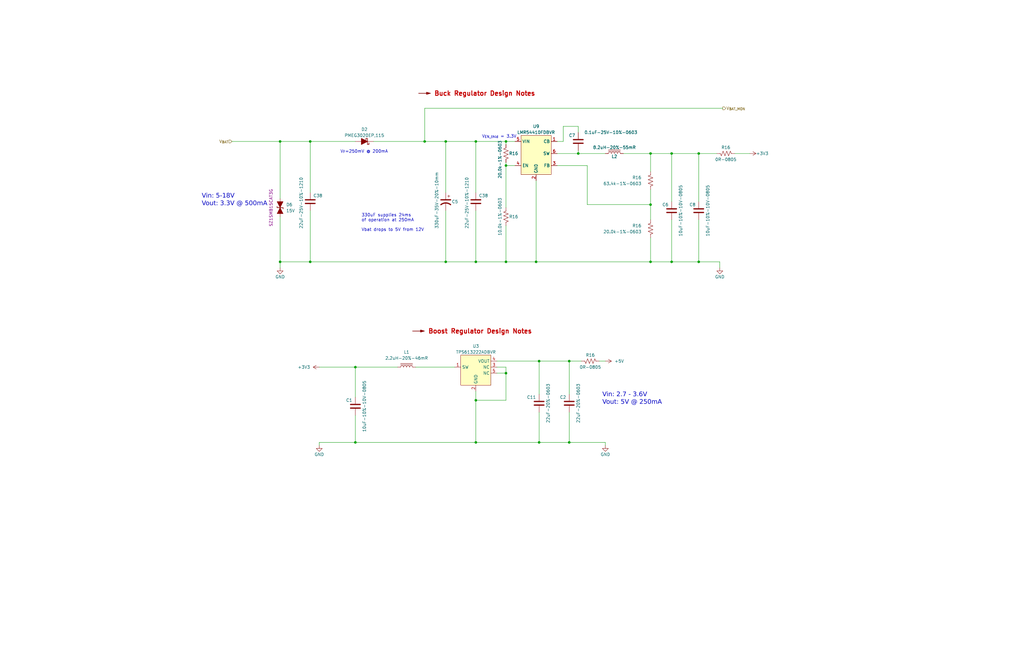
<source format=kicad_sch>
(kicad_sch (version 20230121) (generator eeschema)
  (paper "B")
  (title_block (title "IMU-2X") (date "2023-11-19") (rev "3") (company "FRC971 - Spartan Robotics"))
  (lib_symbols
    (symbol "Device:C" (pin_numbers hide) (pin_names (offset 0.254))
      (property "Reference" "C" (at 0.635 2.54 0))
      (property "Value" "C" (at 0.635 -2.54 0))
      (symbol "C_0_1"
        (polyline (pts (xy -2.032 -0.762) (xy 2.032 -0.762)) (stroke (width 0.508)))
        (polyline (pts (xy -2.032 0.762) (xy 2.032 0.762)) (stroke (width 0.508)))
      )
      (symbol "C_1_1"
        (pin passive line (at 0 3.81 270) (length 2.794) (name "~") (number "1"))
        (pin passive line (at 0 -3.81 90) (length 2.794) (name "~") (number "2"))
      )
    )
    (symbol "Device:C_Polarized_US" (pin_numbers hide) (pin_names (offset 0.254) hide)
      (property "Reference" "C" (at 0.635 2.54 0))
      (property "Value" "C_Polarized_US" (at 0.635 -2.54 0))
      (symbol "C_Polarized_US_0_1"
        (polyline (pts (xy -2.032 0.762) (xy 2.032 0.762)) (stroke (width 0.508)))
        (polyline (pts (xy -1.778 2.286) (xy -0.762 2.286)))
        (polyline (pts (xy -1.27 1.778) (xy -1.27 2.794)))
        (arc (start 2.032 -1.27) (mid 0 -0.5572) (end -2.032 -1.27) (stroke (width 0.508)))
      )
      (symbol "C_Polarized_US_1_1"
        (pin passive line (at 0 3.81 270) (length 2.794) (name "~") (number "1"))
        (pin passive line (at 0 -3.81 90) (length 3.302) (name "~") (number "2"))
      )
    )
    (symbol "Device:D_Schottky" (pin_numbers hide) (pin_names (offset 1.016) hide)
      (property "Reference" "D2" (at -0.3175 -6.35 0))
      (property "Value" "D_Schottky" (at -0.3175 -3.81 0))
      (symbol "D_Schottky_0_1"
        (polyline (pts (xy 1.27 0) (xy -1.27 0)))
        (polyline (pts (xy -1.905 0.635) (xy -1.905 1.27) (xy -1.27 1.27) (xy -1.27 -1.27) (xy -0.635 -1.27) (xy -0.635 -0.635)) (stroke (width 0.254)))
      )
      (symbol "D_Schottky_1_1"
        (polyline (pts (xy 1.27 1.27) (xy 1.27 -1.27) (xy -1.27 0) (xy 1.27 1.27)) (stroke (width 0.254)) (fill (type outline)))
        (pin passive line (at -3.81 0 0) (length 2.54) (name "K") (number "1"))
        (pin passive line (at 3.81 0 180) (length 2.54) (name "A") (number "2"))
      )
    )
    (symbol "Device:D_TVS" (pin_numbers hide) (pin_names (offset 1.016) hide)
      (property "Reference" "D1" (at 1.2701 -2.54 90))
      (property "Value" "15V" (at -1.27 -2.54 90))
      (property "MFG P/N" "SZ1SMB15CAT3G" (at 0 3.81 0))
      (symbol "D_TVS_0_1"
        (polyline (pts (xy 1.27 0) (xy -1.27 0)))
        (polyline (pts (xy 0.508 1.27) (xy 0 1.27) (xy 0 -1.27) (xy -0.508 -1.27)) (stroke (width 0.254)))
      )
      (symbol "D_TVS_1_1"
        (polyline (pts (xy -2.54 -1.27) (xy -2.54 1.27) (xy 0 0) (xy -2.54 -1.27)) (fill (type outline)))
        (polyline (pts (xy 2.54 1.27) (xy 2.54 -1.27) (xy 0 0) (xy 2.54 1.27)) (fill (type outline)))
        (pin passive line (at -3.81 0 0) (length 2.54) (name "A1") (number "1"))
        (pin passive line (at 3.81 0 180) (length 2.54) (name "A2") (number "2"))
      )
    )
    (symbol "Device:L_Iron" (pin_numbers hide) (pin_names (offset 1.016) hide)
      (property "Reference" "L" (at -1.27 0 90))
      (property "Value" "L_Iron" (at 2.794 0 90))
      (symbol "L_Iron_0_1"
        (arc (start 0 -2.54) (mid 0.6323 -1.905) (end 0 -1.27))
        (arc (start 0 -1.27) (mid 0.6323 -0.635) (end 0 0))
        (polyline (pts (xy 1.016 2.54) (xy 1.016 -2.54)))
        (polyline (pts (xy 1.524 -2.54) (xy 1.524 2.54)))
        (arc (start 0 0) (mid 0.6323 0.635) (end 0 1.27))
        (arc (start 0 1.27) (mid 0.6323 1.905) (end 0 2.54))
      )
      (symbol "L_Iron_1_1"
        (pin passive line (at 0 3.81 270) (length 1.27) (name "1") (number "1"))
        (pin passive line (at 0 -3.81 90) (length 1.27) (name "2") (number "2"))
      )
    )
    (symbol "Device:R_US" (pin_numbers hide) (pin_names (offset 0))
      (property "Reference" "R" (at 2.54 0 90))
      (property "Value" "R_US" (at -2.54 0 90))
      (symbol "R_US_0_1"
        (polyline (pts (xy 0 -2.286) (xy 0 -2.54)))
        (polyline (pts (xy 0 2.286) (xy 0 2.54)))
        (polyline (pts (xy 0 -0.762) (xy 1.016 -1.143) (xy 0 -1.524) (xy -1.016 -1.905) (xy 0 -2.286)))
        (polyline (pts (xy 0 0.762) (xy 1.016 0.381) (xy 0 0) (xy -1.016 -0.381) (xy 0 -0.762)))
        (polyline (pts (xy 0 2.286) (xy 1.016 1.905) (xy 0 1.524) (xy -1.016 1.143) (xy 0 0.762)))
      )
      (symbol "R_US_1_1"
        (pin passive line (at 0 3.81 270) (length 1.27) (name "~") (number "1"))
        (pin passive line (at 0 -3.81 90) (length 1.27) (name "~") (number "2"))
      )
    )
    (symbol "Graphic:SYM_Arrow_Normal" (in_bom no) (on_board no)
      (symbol "SYM_Arrow_Normal_0_1"
        (polyline (pts (xy 1.524 0) (xy -2.54 0)) (stroke (width 0.254)))
        (polyline (pts (xy 2.54 0) (xy 0.762 -0.508) (xy 0.762 0.508) (xy 2.54 0)) (fill (type outline)))
      )
    )
    (symbol "IMU-2X:LMR54410FDBVR"
      (property "Reference" "U" (at 0 0 0))
      (symbol "LMR54410FDBVR_1_1"
        (rectangle (start 0 0) (end 12.7 -16.51) (fill (type background)))
        (pin passive line (at 15.24 -2.54 180) (length 2.54) (name "CB") (number "1"))
        (pin passive line (at 6.35 -19.05 90) (length 2.54) (name "GND") (number "2"))
        (pin input line (at 15.24 -12.7 180) (length 2.54) (name "FB") (number "3"))
        (pin input line (at -2.54 -12.7 0) (length 2.54) (name "EN") (number "4"))
        (pin power_in line (at -2.54 -2.54 0) (length 2.54) (name "VIN") (number "5"))
        (pin power_out line (at 15.24 -7.62 180) (length 2.54) (name "SW") (number "6"))
      )
    )
    (symbol "IMU-2X:TPS613222ADBVR"
      (property "Reference" "U" (at 0 0 0))
      (property "Value" "TPS613222ADBVR" (at 0 0 0))
      (symbol "TPS613222ADBVR_1_1"
        (rectangle (start -6.35 0) (end 6.35 -12.7) (fill (type background)))
        (pin power_in line (at -8.89 -5.08 0) (length 2.54) (name "SW") (number "1"))
        (pin passive line (at 0 -15.24 90) (length 2.54) (name "GND") (number "2"))
        (pin passive line (at 8.89 -5.08 180) (length 2.54) (name "NC") (number "3"))
        (pin power_out line (at 8.89 -2.54 180) (length 2.54) (name "VOUT") (number "4"))
        (pin passive line (at 8.89 -7.62 180) (length 2.54) (name "NC") (number "5"))
      )
    )
    (symbol "power:+3V3" (power) (pin_names (offset 0))
      (property "Value" "+3V3" (at 0 3.556 0))
      (symbol "+3V3_0_1"
        (polyline (pts (xy -0.762 1.27) (xy 0 2.54)))
        (polyline (pts (xy 0 0) (xy 0 2.54)))
        (polyline (pts (xy 0 2.54) (xy 0.762 1.27)))
      )
      (symbol "+3V3_1_1"
        (pin power_in line (at 0 0 90) (length 0) hide (name "+3V3") (number "1"))
      )
    )
    (symbol "power:+5V" (power) (pin_names (offset 0))
      (property "Value" "+5V" (at 0 3.556 0))
      (symbol "+5V_0_1"
        (polyline (pts (xy -0.762 1.27) (xy 0 2.54)))
        (polyline (pts (xy 0 0) (xy 0 2.54)))
        (polyline (pts (xy 0 2.54) (xy 0.762 1.27)))
      )
      (symbol "+5V_1_1"
        (pin power_in line (at 0 0 90) (length 0) hide (name "+5V") (number "1"))
      )
    )
    (symbol "power:GND" (power) (pin_names (offset 0))
      (property "Value" "GND" (at 0 -3.81 0))
      (symbol "GND_0_1"
        (polyline (pts (xy 0 0) (xy 0 -1.27) (xy 1.27 -1.27) (xy 0 -2.54) (xy -1.27 -1.27) (xy 0 -1.27)))
      )
      (symbol "GND_1_1"
        (pin power_in line (at 0 0 270) (length 0) hide (name "GND") (number "1"))
      )
    )
  )
  (junction (at 149.86 186.69))
  (junction (at 294.64 110.49))
  (junction (at 200.66 59.69))
  (junction (at 240.03 186.69))
  (junction (at 213.36 157.48))
  (junction (at 200.66 168.91))
  (junction (at 213.36 69.85))
  (junction (at 240.03 152.4))
  (junction (at 179.07 59.69))
  (junction (at 118.11 59.69))
  (junction (at 213.36 59.69))
  (junction (at 130.81 110.49))
  (junction (at 274.32 110.49))
  (junction (at 130.81 59.69))
  (junction (at 149.86 154.94))
  (junction (at 200.66 186.69))
  (junction (at 226.06 110.49))
  (junction (at 243.84 64.77))
  (junction (at 213.36 110.49))
  (junction (at 227.33 152.4))
  (junction (at 283.21 64.77))
  (junction (at 274.32 64.77))
  (junction (at 118.11 110.49))
  (junction (at 283.21 110.49))
  (junction (at 274.32 86.36))
  (junction (at 187.96 110.49))
  (junction (at 200.66 110.49))
  (junction (at 187.96 59.69))
  (junction (at 294.64 64.77))
  (junction (at 227.33 186.69))
  (wire (pts (xy 274.32 80.01) (xy 274.32 86.36)))
  (wire (pts (xy 283.21 110.49) (xy 294.64 110.49)))
  (wire (pts (xy 157.48 59.69) (xy 179.07 59.69)))
  (wire (pts (xy 134.62 186.69) (xy 134.62 187.96)))
  (wire (pts (xy 134.62 154.94) (xy 149.86 154.94)))
  (wire (pts (xy 213.36 168.91) (xy 200.66 168.91)))
  (wire (pts (xy 226.06 76.2) (xy 226.06 110.49)))
  (wire (pts (xy 240.03 152.4) (xy 245.11 152.4)))
  (wire (pts (xy 213.36 110.49) (xy 226.06 110.49)))
  (wire (pts (xy 149.86 175.26) (xy 149.86 186.69)))
  (wire (pts (xy 252.73 152.4) (xy 255.27 152.4)))
  (wire (pts (xy 303.53 110.49) (xy 303.53 113.03)))
  (wire (pts (xy 179.07 59.69) (xy 187.96 59.69)))
  (wire (pts (xy 130.81 81.28) (xy 130.81 59.69)))
  (wire (pts (xy 200.66 168.91) (xy 200.66 186.69)))
  (wire (pts (xy 227.33 186.69) (xy 240.03 186.69)))
  (wire (pts (xy 130.81 88.9) (xy 130.81 110.49)))
  (wire (pts (xy 200.66 59.69) (xy 200.66 81.28)))
  (wire (pts (xy 213.36 59.69) (xy 217.17 59.69)))
  (wire (pts (xy 179.07 45.72) (xy 304.8 45.72)))
  (wire (pts (xy 283.21 64.77) (xy 294.64 64.77)))
  (wire (pts (xy 243.84 53.34) (xy 243.84 55.88)))
  (wire (pts (xy 240.03 173.99) (xy 240.03 186.69)))
  (wire (pts (xy 234.95 69.85) (xy 247.65 69.85)))
  (wire (pts (xy 200.66 168.91) (xy 200.66 165.1)))
  (wire (pts (xy 234.95 64.77) (xy 243.84 64.77)))
  (wire (pts (xy 118.11 110.49) (xy 130.81 110.49)))
  (wire (pts (xy 213.36 59.69) (xy 213.36 60.96)))
  (wire (pts (xy 294.64 64.77) (xy 302.26 64.77)))
  (wire (pts (xy 200.66 59.69) (xy 213.36 59.69)))
  (wire (pts (xy 209.55 152.4) (xy 227.33 152.4)))
  (wire (pts (xy 118.11 110.49) (xy 118.11 113.03)))
  (wire (pts (xy 187.96 88.9) (xy 187.96 110.49)))
  (wire (pts (xy 187.96 59.69) (xy 200.66 59.69)))
  (wire (pts (xy 226.06 110.49) (xy 274.32 110.49)))
  (wire (pts (xy 213.36 69.85) (xy 213.36 87.63)))
  (wire (pts (xy 255.27 186.69) (xy 255.27 187.96)))
  (wire (pts (xy 227.33 152.4) (xy 227.33 166.37)))
  (wire (pts (xy 274.32 86.36) (xy 274.32 92.71)))
  (wire (pts (xy 118.11 59.69) (xy 130.81 59.69)))
  (wire (pts (xy 274.32 110.49) (xy 283.21 110.49)))
  (wire (pts (xy 149.86 154.94) (xy 149.86 167.64)))
  (wire (pts (xy 130.81 59.69) (xy 149.86 59.69)))
  (wire (pts (xy 283.21 92.71) (xy 283.21 110.49)))
  (wire (pts (xy 240.03 152.4) (xy 240.03 166.37)))
  (wire (pts (xy 309.88 64.77) (xy 316.23 64.77)))
  (wire (pts (xy 237.49 59.69) (xy 237.49 53.34)))
  (wire (pts (xy 187.96 110.49) (xy 200.66 110.49)))
  (wire (pts (xy 209.55 157.48) (xy 213.36 157.48)))
  (wire (pts (xy 243.84 63.5) (xy 243.84 64.77)))
  (wire (pts (xy 200.66 88.9) (xy 200.66 110.49)))
  (wire (pts (xy 213.36 68.58) (xy 213.36 69.85)))
  (wire (pts (xy 234.95 59.69) (xy 237.49 59.69)))
  (wire (pts (xy 247.65 69.85) (xy 247.65 86.36)))
  (wire (pts (xy 294.64 110.49) (xy 303.53 110.49)))
  (wire (pts (xy 227.33 173.99) (xy 227.33 186.69)))
  (wire (pts (xy 200.66 110.49) (xy 213.36 110.49)))
  (wire (pts (xy 179.07 59.69) (xy 179.07 45.72)))
  (wire (pts (xy 274.32 100.33) (xy 274.32 110.49)))
  (wire (pts (xy 283.21 64.77) (xy 283.21 85.09)))
  (wire (pts (xy 167.64 154.94) (xy 149.86 154.94)))
  (wire (pts (xy 274.32 64.77) (xy 274.32 72.39)))
  (wire (pts (xy 213.36 69.85) (xy 217.17 69.85)))
  (wire (pts (xy 191.77 154.94) (xy 175.26 154.94)))
  (wire (pts (xy 274.32 64.77) (xy 283.21 64.77)))
  (wire (pts (xy 247.65 86.36) (xy 274.32 86.36)))
  (wire (pts (xy 227.33 152.4) (xy 240.03 152.4)))
  (wire (pts (xy 97.79 59.69) (xy 118.11 59.69)))
  (wire (pts (xy 118.11 91.44) (xy 118.11 110.49)))
  (wire (pts (xy 237.49 53.34) (xy 243.84 53.34)))
  (wire (pts (xy 134.62 186.69) (xy 149.86 186.69)))
  (wire (pts (xy 118.11 59.69) (xy 118.11 83.82)))
  (wire (pts (xy 130.81 110.49) (xy 187.96 110.49)))
  (wire (pts (xy 262.89 64.77) (xy 274.32 64.77)))
  (wire (pts (xy 240.03 186.69) (xy 255.27 186.69)))
  (wire (pts (xy 243.84 64.77) (xy 255.27 64.77)))
  (wire (pts (xy 294.64 64.77) (xy 294.64 85.09)))
  (wire (pts (xy 294.64 92.71) (xy 294.64 110.49)))
  (wire (pts (xy 149.86 186.69) (xy 200.66 186.69)))
  (wire (pts (xy 213.36 157.48) (xy 213.36 168.91)))
  (wire (pts (xy 213.36 154.94) (xy 213.36 157.48)))
  (wire (pts (xy 213.36 95.25) (xy 213.36 110.49)))
  (wire (pts (xy 209.55 154.94) (xy 213.36 154.94)))
  (wire (pts (xy 200.66 186.69) (xy 227.33 186.69)))
  (wire (pts (xy 187.96 81.28) (xy 187.96 59.69)))
  (text "Vin: 5-18V\nVout: 3.3V @ 500mA" (at 85.09 87.63 0) (effects (font (size 1.905 1.905)) (justify left bottom)))
  (text "V_{EN_thld} = 3.3V" (at 203.2 58.42 0) (effects (font (size 1.27 1.27)) (justify left bottom)))
  (text "Vin: 2.7 - 3.6V\nVout: 5V @ 250mA" (at 254 171.45 0) (effects (font (size 1.905 1.905)) (justify left bottom)))
  (text "V_{F}=250mV @ 200mA" (at 143.51 64.77 0) (effects (font (size 1.27 1.27)) (justify left bottom)))
  (text "330uF supplies 24ms\nof operation at 250mA\n\nVbat drops to 5V from 12V" (at 152.4 97.79 0) (effects (font (size 1.27 1.27)) (justify left bottom)))
  (hierarchical_label "V_{BAT}" (shape input) (at 97.79 59.69 180))
  (hierarchical_label "V_{BAT_MON}" (shape output) (at 304.8 45.72 0))
  (symbol (lib_id "Device:R_US") (at 306.07 64.77 270) (mirror x) (unit 1)
    (property "Reference" "R16" (at 306.07 62.23 90))
    (property "Value" "0R-0805" (at 306.07 67.31 90))
    (property "Footprint" "Resistor_SMD:R_0805_2012Metric_Pad1.20x1.40mm_HandSolder" (effects hide))
    (property "Datasheet" "Components/Yageo-PYu-RC_Group_51_RoHS_L_12.pdf" (effects hide))
    (property "MFG" "Yageo" (effects hide))
    (property "MFG P/N" "RC0805JR-070RL" (effects hide))
    (property "DIST" "Digikey" (effects hide))
    (property "DIST P/N" "311-0.0ARCT-ND" (effects hide))
    (instances (project "PI-Power-Board" (path "" (reference "R16") (unit 1))) (project "IMU-2X" (path "" (reference "R4") (unit 1))) (project "NX-J401-Adapter" (path "" (reference "R2") (unit 1))))
  )
  (symbol (lib_id "Device:L_Iron") (at 171.45 154.94 90) (unit 1)
    (property "Reference" "L1" (at 171.45 148.59 90))
    (property "Value" "2.2uH-20%-46mR" (at 171.45 151.13 90))
    (property "Footprint" "IMU-2X:L_Vishay_IHLP-1212" (effects hide))
    (property "Datasheet" "Components/Vishay-IHLP1212BZER2R2M11.pdf" (effects hide))
    (property "MFG" "Vishay" (effects hide))
    (property "MFG P/N" "IHLP1212BZER2R2M11" (effects hide))
    (property "DIST" "Digikey" (effects hide))
    (property "DIST P/N" "541-1322-1-ND" (effects hide))
  )
  (symbol (lib_id "power:GND") (at 255.27 187.96 0) (unit 1)
    (property "Reference" "#PWR054" (effects hide))
    (property "Value" "GND" (at 255.27 191.77 0))
  )
  (symbol (lib_id "power:+3V3") (at 134.62 154.94 90) (mirror x) (unit 1)
    (property "Reference" "#PWR056" (effects hide))
    (property "Value" "+3V3" (at 130.81 154.94 90) (effects (justify left)))
  )
  (symbol (lib_id "Device:C") (at 240.03 170.18 0) (unit 1)
    (property "Reference" "C2" (at 238.76 167.64 0) (effects (justify right)))
    (property "Value" "22uF-20%-0603" (at 243.84 170.18 90))
    (property "Footprint" "Capacitor_SMD:C_0603_1608Metric" (effects hide))
    (property "Datasheet" "Components/TDK-mlcc_commercial_general_en.pdf" (effects hide))
    (property "MFG" "TDK" (effects hide))
    (property "MFG P/N" "C1608X5R1A226M080AC" (effects hide))
    (property "DIST" "Digikey" (effects hide))
    (property "DIST P/N" "445-9077-1-ND" (effects hide))
  )
  (symbol (lib_id "Device:C") (at 200.66 85.09 180) (unit 1)
    (property "Reference" "C38" (at 201.93 82.55 0) (effects (justify right)))
    (property "Value" "22uF-25V-10%-1210" (at 196.85 96.52 90) (effects (justify right)))
    (property "Footprint" "Capacitor_SMD:C_1210_3225Metric" (effects hide))
    (property "Datasheet" "Components/Samsung-MLCC.pdf" (effects hide))
    (property "MFG" "Samsung Electro-Mechanics" (effects hide))
    (property "MFG P/N" "CL32A226KAJNNWE" (effects hide))
    (property "DIST" "Digikey" (effects hide))
    (property "DIST P/N" "1276-3369-1-ND" (effects hide))
    (instances (project "PI-Power-Board" (path "" (reference "C38") (unit 1))) (project "IMU-2X" (path "" (reference "C38") (unit 1))) (project "NX-J401-Adapter" (path "" (reference "C1") (unit 1))))
  )
  (symbol (lib_id "IMU-2X:LMR54410FDBVR") (at 219.71 57.15 0) (unit 1)
    (property "Reference" "U9" (at 226.06 53.34 0))
    (property "Value" "LMR54410FDBVR" (at 226.06 55.88 0))
    (property "Footprint" "Package_TO_SOT_SMD:SOT-23-6" (effects hide))
    (property "Datasheet" "Components/TI-LMR54406.pdf" (effects hide))
    (property "MFG" "Texas Instruments" (effects hide))
    (property "MFG P/N" "LMR54410FDBVR" (effects hide))
    (property "DIST" "Digikey" (effects hide))
    (property "DIST P/N" "296-LMR54410FDBVRCT-ND" (effects hide))
  )
  (symbol (lib_id "Device:D_TVS") (at 118.11 87.63 90) (unit 1)
    (property "Reference" "D6" (at 120.65 86.3599 90) (effects (justify right)))
    (property "Value" "15V" (at 120.65 88.9 90) (effects (justify right)))
    (property "Footprint" "Diode_SMD:D_SMB" (effects hide))
    (property "Datasheet" "Components/Littelfulse-sz1smb28cat3g.pdf" (effects hide))
    (property "MFG" "Littelfuse" (effects hide))
    (property "MFG P/N" "SZ1SMB15CAT3G" (at 114.3 87.63 0))
    (property "DIST" "Digikey" (effects hide))
    (property "DIST P/N" "F11544CT-ND" (effects hide))
    (instances (project "PI-Power-Board" (path "" (reference "D6") (unit 1))) (project "IMU-2X" (path "" (reference "D1") (unit 1))) (project "NX-J401-Adapter" (path "" (reference "D1") (unit 1))))
  )
  (symbol (lib_id "Device:C") (at 283.21 88.9 0) (mirror y) (unit 1)
    (property "Reference" "C6" (at 281.94 86.36 0) (effects (justify left)))
    (property "Value" "10uF-10%-10V-0805" (at 287.02 88.9 90))
    (property "Footprint" "Capacitor_SMD:C_0805_2012Metric" (effects hide))
    (property "Datasheet" "Components/Kemet-C0805C106K8PACTU.pdf" (effects hide))
    (property "MFG" "Kemet" (effects hide))
    (property "MFG P/N" "C0805C106K8PAC7800" (effects hide))
    (property "DIST" "Digikey" (effects hide))
    (property "DIST P/N" "399-C0805C106K8PAC7800CT-ND" (effects hide))
  )
  (symbol (lib_id "Device:L_Iron") (at 259.08 64.77 90) (unit 1)
    (property "Reference" "L2" (at 259.08 66.04 90))
    (property "Value" "8.2uH-20%-55mR" (at 259.08 62.23 90))
    (property "Footprint" "IMU-2X:L_Vishay_IHLP-2525" (effects hide))
    (property "Datasheet" "Components/Vishay-ihlp-2525cz-1a.pdf" (effects hide))
    (property "MFG" "Vishay" (effects hide))
    (property "MFG P/N" "IHLP2525CZER8R2M1A" (effects hide))
    (property "DIST" "Digikey" (effects hide))
    (property "DIST P/N" "541-IHLP2525CZER8R2M1ACT-ND" (effects hide))
  )
  (symbol (lib_id "power:+3V3") (at 316.23 64.77 270) (unit 1)
    (property "Reference" "#PWR052" (effects hide))
    (property "Value" "+3V3" (at 318.77 64.77 90) (effects (justify left)))
  )
  (symbol (lib_id "Device:R_US") (at 213.36 64.77 0) (mirror x) (unit 1)
    (property "Reference" "R16" (at 214.63 64.77 0) (effects (justify left)))
    (property "Value" "20.0k-1%-0603" (at 210.82 67.31 90))
    (property "Footprint" "Resistor_SMD:R_0603_1608Metric" (effects hide))
    (property "Datasheet" "Components/Yageo-PYu-RC_Group_51_RoHS_L_12.pdf" (effects hide))
    (property "MFG" "Yageo" (effects hide))
    (property "MFG P/N" "RC0603FR-0720KL" (effects hide))
    (property "DIST" "Digikey" (effects hide))
    (property "DIST P/N" "311-20.0KHRCT-ND" (effects hide))
    (instances (project "PI-Power-Board" (path "" (reference "R16") (unit 1))) (project "IMU-2X" (path "" (reference "R8") (unit 1))) (project "NX-J401-Adapter" (path "" (reference "R2") (unit 1))))
  )
  (symbol (lib_id "Device:R_US") (at 274.32 96.52 0) (mirror x) (unit 1)
    (property "Reference" "R16" (at 270.51 95.25 0) (effects (justify right)))
    (property "Value" "20.0k-1%-0603" (at 270.51 97.79 0) (effects (justify right)))
    (property "Footprint" "Resistor_SMD:R_0603_1608Metric" (effects hide))
    (property "Datasheet" "Components/Yageo-PYu-RC_Group_51_RoHS_L_12.pdf" (effects hide))
    (property "MFG" "Yageo" (effects hide))
    (property "MFG P/N" "RC0603FR-0720KL" (effects hide))
    (property "DIST" "Digikey" (effects hide))
    (property "DIST P/N" "311-20.0KHRCT-ND" (effects hide))
    (instances (project "PI-Power-Board" (path "" (reference "R16") (unit 1))) (project "IMU-2X" (path "" (reference "R13") (unit 1))) (project "NX-J401-Adapter" (path "" (reference "R2") (unit 1))))
  )
  (symbol (lib_id "Device:R_US") (at 248.92 152.4 270) (mirror x) (unit 1)
    (property "Reference" "R16" (at 248.92 149.86 90))
    (property "Value" "0R-0805" (at 248.92 154.94 90))
    (property "Footprint" "Resistor_SMD:R_0805_2012Metric_Pad1.20x1.40mm_HandSolder" (effects hide))
    (property "Datasheet" "Components/Yageo-PYu-RC_Group_51_RoHS_L_12.pdf" (effects hide))
    (property "MFG" "Yageo" (effects hide))
    (property "MFG P/N" "RC0805JR-070RL" (effects hide))
    (property "DIST" "Digikey" (effects hide))
    (property "DIST P/N" "311-0.0ARCT-ND" (effects hide))
    (instances (project "PI-Power-Board" (path "" (reference "R16") (unit 1))) (project "IMU-2X" (path "" (reference "R2") (unit 1))) (project "NX-J401-Adapter" (path "" (reference "R2") (unit 1))))
  )
  (symbol (lib_id "Graphic:SYM_Arrow_Normal") (at 176.53 139.7 0) (unit 1) (in_bom no) (on_board no)
    (property "Reference" "#SYM5" (effects hide))
    (property "Value" "Boost Regulator Design Notes" (at 180.34 139.7 0) (effects (font (size 1.905 1.905) bold) (justify left)))
    (property "Datasheet" "Components/WBDesign78-TPS613222-3Vin-5Vout-0.25A.pdf" (effects hide))
    (property "Sim.Enable" "0" (effects hide))
  )
  (symbol (lib_id "Device:D_Schottky") (at 153.67 59.69 180) (unit 1)
    (property "Reference" "D2" (at 153.67 54.61 0))
    (property "Value" "PMEG3020EP,115" (at 153.67 57.15 0))
    (property "Footprint" "IMU-2X:D_SOD-128" (effects hide))
    (property "Datasheet" "Components/Nexperia-PMEG3020EP.pdf" (effects hide))
    (property "MFG" "Nexperia" (effects hide))
    (property "MFG P/N" "PMEG3020EP,115" (effects hide))
    (property "DIST" "Digikey" (effects hide))
    (property "DIST P/N" "1727-5836-1-ND" (effects hide))
  )
  (symbol (lib_id "Device:C") (at 227.33 170.18 0) (unit 1)
    (property "Reference" "C11" (at 226.06 167.64 0) (effects (justify right)))
    (property "Value" "22uF-20%-0603" (at 231.14 170.18 90))
    (property "Footprint" "Capacitor_SMD:C_0603_1608Metric" (effects hide))
    (property "Datasheet" "Components/TDK-mlcc_commercial_general_en.pdf" (effects hide))
    (property "MFG" "TDK" (effects hide))
    (property "MFG P/N" "C1608X5R1A226M080AC" (effects hide))
    (property "DIST" "Digikey" (effects hide))
    (property "DIST P/N" "445-9077-1-ND" (effects hide))
  )
  (symbol (lib_id "power:GND") (at 303.53 113.03 0) (unit 1)
    (property "Reference" "#PWR051" (effects hide))
    (property "Value" "GND" (at 303.53 116.84 0))
  )
  (symbol (lib_id "IMU-2X:TPS613222ADBVR") (at 200.66 149.86 0) (unit 1)
    (property "Reference" "U3" (at 200.66 146.05 0))
    (property "Value" "TPS613222ADBVR" (at 200.66 148.59 0))
    (property "Footprint" "Package_TO_SOT_SMD:SOT-23-5" (effects hide))
    (property "Datasheet" "Components/TI-tps613222.pdf" (effects hide))
    (property "MFG" "Texas Instruments" (effects hide))
    (property "MFG P/N" "TPS613222ADBVR" (effects hide))
    (property "DIST" "Digikey" (effects hide))
    (property "DIST P/N" "296-50503-1-ND" (effects hide))
  )
  (symbol (lib_id "power:GND") (at 118.11 113.03 0) (unit 1)
    (property "Reference" "#PWR050" (effects hide))
    (property "Value" "GND" (at 118.11 116.84 0))
  )
  (symbol (lib_id "Device:C_Polarized_US") (at 187.96 85.09 0) (mirror y) (unit 1)
    (property "Reference" "C5" (at 190.5 85.09 0) (effects (justify right)))
    (property "Value" "330uF-35V-20%-10mm" (at 184.15 96.52 90) (effects (justify left)))
    (property "Footprint" "Capacitor_THT:CP_Radial_D10.0mm_P5.00mm" (effects hide))
    (property "Datasheet" "Components/Rubycon-PZJ.pdf" (effects hide))
    (property "MFG" "Rubycon" (effects hide))
    (property "MFG P/N" "35PZJ330M10X9" (effects hide))
    (property "DIST" "Digikey" (effects hide))
    (property "DIST P/N" "1189-35PZJ330M10X9-ND" (effects hide))
    (instances (project "IMU-2X" (path "" (reference "C5") (unit 1))) (project "NX-J401-Adapter" (path "" (reference "C2") (unit 1))))
  )
  (symbol (lib_id "Device:C") (at 294.64 88.9 0) (unit 1)
    (property "Reference" "C8" (at 293.37 86.36 0) (effects (justify right)))
    (property "Value" "10uF-10%-10V-0805" (at 298.45 88.9 90))
    (property "Footprint" "Capacitor_SMD:C_0805_2012Metric" (effects hide))
    (property "Datasheet" "Components/Kemet-C0805C106K8PACTU.pdf" (effects hide))
    (property "MFG" "Kemet" (effects hide))
    (property "MFG P/N" "C0805C106K8PAC7800" (effects hide))
    (property "DIST" "Digikey" (effects hide))
    (property "DIST P/N" "399-C0805C106K8PAC7800CT-ND" (effects hide))
  )
  (symbol (lib_id "Device:R_US") (at 274.32 76.2 0) (mirror x) (unit 1)
    (property "Reference" "R16" (at 270.51 74.93 0) (effects (justify right)))
    (property "Value" "63.4k-1%-0603" (at 270.51 77.47 0) (effects (justify right)))
    (property "Footprint" "Resistor_SMD:R_0603_1608Metric" (effects hide))
    (property "Datasheet" "Components/Yageo-PYu-RC_Group_51_RoHS_L_12.pdf" (effects hide))
    (property "MFG" "Yageo" (effects hide))
    (property "MFG P/N" "RC0603FR-0763K4L" (effects hide))
    (property "DIST" "Digikey" (effects hide))
    (property "DIST P/N" "311-63.4KHRCT-ND" (effects hide))
    (instances (project "PI-Power-Board" (path "" (reference "R16") (unit 1))) (project "IMU-2X" (path "" (reference "R5") (unit 1))) (project "NX-J401-Adapter" (path "" (reference "R2") (unit 1))))
  )
  (symbol (lib_id "power:GND") (at 134.62 187.96 0) (unit 1)
    (property "Reference" "#PWR053" (effects hide))
    (property "Value" "GND" (at 134.62 191.77 0))
  )
  (symbol (lib_id "Device:R_US") (at 213.36 91.44 0) (mirror x) (unit 1)
    (property "Reference" "R16" (at 214.63 91.44 0) (effects (justify left)))
    (property "Value" "10.0k-1%-0603" (at 210.82 91.44 90))
    (property "Footprint" "Resistor_SMD:R_0603_1608Metric" (effects hide))
    (property "Datasheet" "Components/Yageo-PYu-RC_Group_51_RoHS_L_12.pdf" (effects hide))
    (property "MFG" "Yageo" (effects hide))
    (property "MFG P/N" "RC0603FR-0710KP" (effects hide))
    (property "DIST" "Digikey" (effects hide))
    (property "DIST P/N" "YAG1290CT-ND" (effects hide))
    (instances (project "PI-Power-Board" (path "" (reference "R16") (unit 1))) (project "IMU-2X" (path "" (reference "R16") (unit 1))) (project "NX-J401-Adapter" (path "" (reference "R2") (unit 1))))
  )
  (symbol (lib_id "power:+5V") (at 255.27 152.4 270) (unit 1)
    (property "Reference" "#PWR055" (effects hide))
    (property "Value" "+5V" (at 259.08 152.4 90) (effects (justify left)))
  )
  (symbol (lib_id "Device:C") (at 149.86 171.45 0) (unit 1)
    (property "Reference" "C1" (at 148.59 168.91 0) (effects (justify right)))
    (property "Value" "10uF-10%-10V-0805" (at 153.67 171.45 90))
    (property "Footprint" "Capacitor_SMD:C_0805_2012Metric" (effects hide))
    (property "Datasheet" "Components/Kemet-C0805C106K8PACTU.pdf" (effects hide))
    (property "MFG" "Kemet" (effects hide))
    (property "MFG P/N" "C0805C106K8PAC7800" (effects hide))
    (property "DIST" "Digikey" (effects hide))
    (property "DIST P/N" "399-C0805C106K8PAC7800CT-ND" (effects hide))
  )
  (symbol (lib_id "Device:C") (at 243.84 59.69 0) (unit 1)
    (property "Reference" "C7" (at 242.57 57.15 0) (effects (justify right)))
    (property "Value" "0.1uF-25V-10%-0603" (at 246.38 55.88 0) (effects (justify left)))
    (property "Footprint" "Capacitor_SMD:C_0603_1608Metric" (effects hide))
    (property "Datasheet" "Components/Kyocera-KGM_X7R.pdf" (effects hide))
    (property "DIST" "Digikey" (effects hide))
    (property "DIST P/N" "478-KGM15BR71E104KMCT-ND" (effects hide))
    (property "MFG" "Kyocera AVX" (effects hide))
    (property "MFG P/N" "KGM15BR71E104KM" (effects hide))
  )
  (symbol (lib_id "Graphic:SYM_Arrow_Normal") (at 179.07 39.37 0) (unit 1) (in_bom no) (on_board no)
    (property "Reference" "#SYM4" (effects hide))
    (property "Value" "Buck Regulator Design Notes" (at 182.88 39.37 0) (effects (font (size 1.905 1.905) bold) (justify left)))
    (property "Datasheet" "Components/WBDesign76-LMR54410FDBR-5-18V-3.3V-0.5A.pdf" (effects hide))
    (property "Sim.Enable" "0" (effects hide))
  )
  (symbol (lib_id "Device:C") (at 130.81 85.09 180) (unit 1)
    (property "Reference" "C38" (at 132.08 82.55 0) (effects (justify right)))
    (property "Value" "22uF-25V-10%-1210" (at 127 96.52 90) (effects (justify right)))
    (property "Footprint" "Capacitor_SMD:C_1210_3225Metric" (effects hide))
    (property "Datasheet" "Components/Samsung-MLCC.pdf" (effects hide))
    (property "MFG" "Samsung Electro-Mechanics" (effects hide))
    (property "MFG P/N" "CL32A226KAJNNWE" (effects hide))
    (property "DIST" "Digikey" (effects hide))
    (property "DIST P/N" "1276-3369-1-ND" (effects hide))
    (instances (project "PI-Power-Board" (path "" (reference "C38") (unit 1))) (project "IMU-2X" (path "" (reference "C3") (unit 1))) (project "NX-J401-Adapter" (path "" (reference "C1") (unit 1))))
  )
)
</source>
